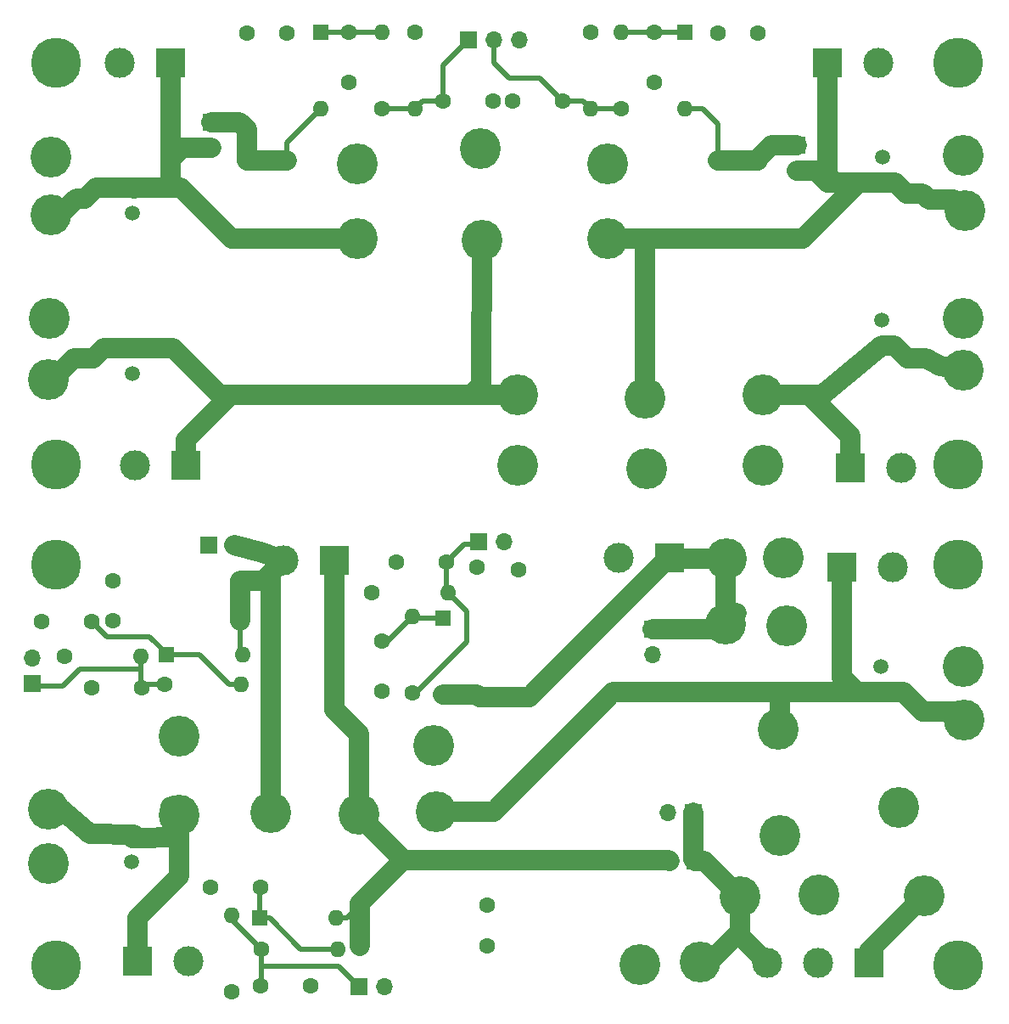
<source format=gbr>
G04 #@! TF.FileFunction,Copper,L2,Bot,Signal*
%FSLAX46Y46*%
G04 Gerber Fmt 4.6, Leading zero omitted, Abs format (unit mm)*
G04 Created by KiCad (PCBNEW 4.0.7) date 02/18/19 10:55:45*
%MOMM*%
%LPD*%
G01*
G04 APERTURE LIST*
%ADD10C,0.100000*%
%ADD11R,3.000000X3.000000*%
%ADD12C,3.000000*%
%ADD13C,1.500000*%
%ADD14C,4.064000*%
%ADD15C,5.000000*%
%ADD16C,1.600000*%
%ADD17O,1.600000X1.600000*%
%ADD18R,1.700000X1.700000*%
%ADD19O,1.700000X1.700000*%
%ADD20R,1.600000X1.600000*%
%ADD21C,2.000000*%
%ADD22C,0.500000*%
G04 APERTURE END LIST*
D10*
D11*
X56388000Y-44958000D03*
D12*
X51308000Y-44958000D03*
D11*
X57912000Y-85090000D03*
D12*
X52832000Y-85090000D03*
D13*
X52639000Y-57404000D03*
X52639000Y-59944000D03*
X52639000Y-73406000D03*
X52639000Y-75946000D03*
D11*
X121920000Y-44958000D03*
D12*
X127000000Y-44958000D03*
D11*
X124206000Y-85344000D03*
D12*
X129286000Y-85344000D03*
D14*
X100000000Y-55000000D03*
X75000000Y-62500000D03*
X91008000Y-78064000D03*
X100000000Y-62500000D03*
X115508000Y-78064000D03*
X75000000Y-55000000D03*
X91008000Y-85064000D03*
D15*
X45000000Y-45000000D03*
X135000000Y-45000000D03*
X45000000Y-135000000D03*
X135000000Y-135000000D03*
X135000000Y-85000000D03*
X135000000Y-95000000D03*
X45000000Y-85000000D03*
X45000000Y-95000000D03*
D13*
X127447000Y-56896000D03*
X127447000Y-54356000D03*
X127320000Y-73152000D03*
X127320000Y-70612000D03*
D14*
X115508000Y-85064000D03*
X87325200Y-53543200D03*
X87477600Y-62687200D03*
X103733600Y-78384400D03*
X103886000Y-85445600D03*
D16*
X64000000Y-42000000D03*
D17*
X64000000Y-54700000D03*
D16*
X68000000Y-42000000D03*
D17*
X68000000Y-54700000D03*
D16*
X115000000Y-42000000D03*
D17*
X115000000Y-54700000D03*
D16*
X111000000Y-42000000D03*
D17*
X111000000Y-54700000D03*
D16*
X74168000Y-41910000D03*
X74168000Y-46910000D03*
X83566000Y-48768000D03*
X88566000Y-48768000D03*
X104648000Y-41910000D03*
X104648000Y-46910000D03*
X95504000Y-48768000D03*
X90504000Y-48768000D03*
D18*
X86106000Y-42672000D03*
D19*
X88646000Y-42672000D03*
X91186000Y-42672000D03*
D16*
X77470000Y-49530000D03*
D17*
X77470000Y-41910000D03*
D16*
X80772000Y-41910000D03*
D17*
X80772000Y-49530000D03*
D16*
X101346000Y-49530000D03*
D17*
X101346000Y-41910000D03*
D16*
X98298000Y-41910000D03*
D17*
X98298000Y-49530000D03*
D20*
X71374000Y-41910000D03*
D17*
X71374000Y-49530000D03*
D20*
X107696000Y-41910000D03*
D17*
X107696000Y-49530000D03*
D14*
X44259500Y-70485000D03*
X44450000Y-54356000D03*
X44500800Y-60096400D03*
X44196000Y-76581000D03*
X135636000Y-59690000D03*
X135445500Y-75628500D03*
X135509000Y-54229000D03*
X135521700Y-70446900D03*
D11*
X53136800Y-134518400D03*
D12*
X58216800Y-134518400D03*
D13*
X52512000Y-122110500D03*
X52512000Y-124650500D03*
D14*
X44196000Y-124841000D03*
X44246800Y-119405400D03*
X135453120Y-105166160D03*
X57277000Y-120015000D03*
X75184000Y-119888000D03*
X66421000Y-119761000D03*
X135536940Y-110474760D03*
D11*
X72771000Y-94615000D03*
D12*
X67691000Y-94615000D03*
D14*
X57277000Y-112141000D03*
X82931000Y-119634000D03*
X82677000Y-113030000D03*
D11*
X123383040Y-95219520D03*
D12*
X128463040Y-95219520D03*
D13*
X127264120Y-107736640D03*
X127264120Y-105196640D03*
D18*
X60198000Y-93091000D03*
D19*
X62738000Y-93091000D03*
D14*
X117195600Y-121970800D03*
X117043200Y-111455200D03*
X111760000Y-100965000D03*
X117856000Y-101092000D03*
X113233200Y-128066800D03*
X121056400Y-127965200D03*
D11*
X106172000Y-94361000D03*
D12*
X101092000Y-94361000D03*
D14*
X117538500Y-94297500D03*
X111887000Y-94424500D03*
X109220000Y-134620000D03*
X103212900Y-134874000D03*
D18*
X104521000Y-101473000D03*
D19*
X104521000Y-104013000D03*
D18*
X108712000Y-124523500D03*
D19*
X106172000Y-124523500D03*
D16*
X65379600Y-127182880D03*
X60379600Y-127182880D03*
X65379600Y-136961880D03*
X70379600Y-136961880D03*
X48564800Y-100685600D03*
X43564800Y-100685600D03*
X53543200Y-107238800D03*
X48543200Y-107238800D03*
D20*
X65323720Y-130256280D03*
D17*
X72943720Y-130256280D03*
D20*
X55943500Y-104013000D03*
D17*
X63563500Y-104013000D03*
D16*
X88011000Y-128971040D03*
D17*
X75311000Y-128971040D03*
D16*
X87975440Y-133045200D03*
D17*
X75275440Y-133045200D03*
D16*
X65491360Y-133385560D03*
D17*
X73111360Y-133385560D03*
D16*
X62529720Y-137576560D03*
D17*
X62529720Y-129956560D03*
D16*
X50673000Y-100584000D03*
D17*
X63373000Y-100584000D03*
D16*
X50673000Y-96583500D03*
D17*
X63373000Y-96583500D03*
D16*
X55816500Y-106934000D03*
D17*
X63436500Y-106934000D03*
D16*
X45821600Y-104114600D03*
D17*
X53441600Y-104114600D03*
D16*
X77470000Y-102616000D03*
X77470000Y-107616000D03*
X83947000Y-94742000D03*
X78947000Y-94742000D03*
D20*
X83566000Y-100330000D03*
D17*
X83566000Y-107950000D03*
D18*
X87122000Y-92710000D03*
D19*
X89662000Y-92710000D03*
D18*
X75214480Y-137073640D03*
D19*
X77754480Y-137073640D03*
D18*
X42636440Y-106898440D03*
D19*
X42636440Y-104358440D03*
D16*
X87005160Y-95275400D03*
D17*
X87005160Y-107975400D03*
D16*
X91084400Y-95498920D03*
D17*
X91084400Y-108198920D03*
D16*
X80518000Y-107823000D03*
D17*
X80518000Y-100203000D03*
D16*
X76454000Y-97790000D03*
D17*
X84074000Y-97790000D03*
D18*
X108559600Y-119735600D03*
D19*
X106019600Y-119735600D03*
D18*
X60452000Y-50850800D03*
D19*
X60452000Y-53390800D03*
D18*
X118922800Y-53187600D03*
D19*
X118922800Y-55727600D03*
D14*
X129082800Y-119214900D03*
X131572000Y-128016000D03*
D11*
X126060200Y-134683500D03*
D12*
X120980200Y-134683500D03*
X115900200Y-134683500D03*
D21*
X60452000Y-53390800D02*
X57607200Y-53390800D01*
X57607200Y-53390800D02*
X56388000Y-54610000D01*
X44500800Y-60096400D02*
X45288200Y-60096400D01*
X45288200Y-60096400D02*
X47040800Y-58521600D01*
X47040800Y-58521600D02*
X47853600Y-58521600D01*
X47853600Y-58521600D02*
X48971200Y-57404000D01*
X48971200Y-57404000D02*
X52639000Y-57404000D01*
X56388000Y-44958000D02*
X56388000Y-54610000D01*
X56388000Y-54610000D02*
X56388000Y-57000000D01*
X56388000Y-57000000D02*
X56388000Y-57404000D01*
X56388000Y-57404000D02*
X57404000Y-57404000D01*
X75000000Y-62500000D02*
X62500000Y-62500000D01*
X57404000Y-57404000D02*
X52639000Y-57404000D01*
X62500000Y-62500000D02*
X57404000Y-57404000D01*
X52735000Y-57500000D02*
X52639000Y-57404000D01*
X87477600Y-62687200D02*
X87426800Y-77012800D01*
X87426800Y-77012800D02*
X86375600Y-78064000D01*
X44627800Y-76581000D02*
X46786800Y-74422000D01*
X49733200Y-73406000D02*
X52639000Y-73406000D01*
X48717200Y-74422000D02*
X49733200Y-73406000D01*
X46786800Y-74422000D02*
X48717200Y-74422000D01*
X44196000Y-76581000D02*
X44627800Y-76581000D01*
X57912000Y-85090000D02*
X57912000Y-82550000D01*
X57912000Y-82550000D02*
X62398000Y-78064000D01*
X91008000Y-78064000D02*
X86375600Y-78064000D01*
X86375600Y-78064000D02*
X82000000Y-78064000D01*
X82000000Y-78064000D02*
X62398000Y-78064000D01*
X62398000Y-78064000D02*
X61300000Y-78064000D01*
X56642000Y-73406000D02*
X52639000Y-73406000D01*
X61300000Y-78064000D02*
X56642000Y-73406000D01*
X103733600Y-62500000D02*
X103733600Y-78384400D01*
X118922800Y-55727600D02*
X120751600Y-55727600D01*
X120751600Y-55727600D02*
X121920000Y-56896000D01*
X103479600Y-78130400D02*
X103733600Y-78384400D01*
X127447000Y-56896000D02*
X128727200Y-56896000D01*
X128727200Y-56896000D02*
X129794000Y-57962800D01*
X129794000Y-57962800D02*
X131419600Y-57962800D01*
X131419600Y-57962800D02*
X132080000Y-58623200D01*
X132080000Y-58623200D02*
X134569200Y-58623200D01*
X134569200Y-58623200D02*
X135636000Y-59690000D01*
X121920000Y-44958000D02*
X121920000Y-56896000D01*
X122000000Y-56000000D02*
X122000000Y-56896000D01*
X122000000Y-56816000D02*
X122000000Y-56000000D01*
X121920000Y-56896000D02*
X122000000Y-56816000D01*
X125104000Y-56896000D02*
X122000000Y-56896000D01*
X127447000Y-56896000D02*
X125104000Y-56896000D01*
X119500000Y-62500000D02*
X108000000Y-62500000D01*
X125104000Y-56896000D02*
X119500000Y-62500000D01*
X102666800Y-62500000D02*
X100000000Y-62500000D01*
X108000000Y-62500000D02*
X103733600Y-62500000D01*
X103733600Y-62500000D02*
X102666800Y-62500000D01*
X127320000Y-73152000D02*
X128663700Y-73152000D01*
X133166595Y-75158072D02*
X135445500Y-75628500D01*
X131749800Y-74409300D02*
X133166595Y-75158072D01*
X129921000Y-74409300D02*
X131749800Y-74409300D01*
X128663700Y-73152000D02*
X129921000Y-74409300D01*
X120101000Y-78064000D02*
X121392000Y-78064000D01*
X121392000Y-78064000D02*
X127320000Y-73152000D01*
X124206000Y-85344000D02*
X124206000Y-82169000D01*
X124206000Y-82169000D02*
X120101000Y-78064000D01*
X115508000Y-78064000D02*
X120101000Y-78064000D01*
D22*
X77470000Y-41910000D02*
X74168000Y-41910000D01*
X71374000Y-41910000D02*
X74168000Y-41910000D01*
X83566000Y-48768000D02*
X83566000Y-45212000D01*
X83566000Y-45212000D02*
X86106000Y-42672000D01*
X83566000Y-48768000D02*
X81534000Y-48768000D01*
X81534000Y-48768000D02*
X80772000Y-49530000D01*
X80772000Y-49530000D02*
X77470000Y-49530000D01*
X104648000Y-41910000D02*
X101346000Y-41910000D01*
X107696000Y-41910000D02*
X104648000Y-41910000D01*
X88646000Y-42672000D02*
X88646000Y-44958000D01*
X93218000Y-46482000D02*
X95504000Y-48768000D01*
X90170000Y-46482000D02*
X93218000Y-46482000D01*
X88646000Y-44958000D02*
X90170000Y-46482000D01*
X95504000Y-48768000D02*
X97536000Y-48768000D01*
X97536000Y-48768000D02*
X98298000Y-49530000D01*
X101346000Y-49530000D02*
X98298000Y-49530000D01*
D21*
X60452000Y-50850800D02*
X63296800Y-50850800D01*
X64000000Y-51554000D02*
X64000000Y-54700000D01*
X63296800Y-50850800D02*
X64000000Y-51554000D01*
X68000000Y-54700000D02*
X64000000Y-54700000D01*
D22*
X68000000Y-54700000D02*
X68000000Y-52904000D01*
X68000000Y-52904000D02*
X71374000Y-49530000D01*
D21*
X115000000Y-54700000D02*
X115000000Y-54570400D01*
X115000000Y-54570400D02*
X116382800Y-53187600D01*
X116382800Y-53187600D02*
X118922800Y-53187600D01*
D22*
X111000000Y-54700000D02*
X111000000Y-51056000D01*
X109474000Y-49530000D02*
X107696000Y-49530000D01*
X111000000Y-51056000D02*
X109474000Y-49530000D01*
D21*
X115000000Y-54700000D02*
X111000000Y-54700000D01*
X57277000Y-122174000D02*
X52639000Y-122237500D01*
X52639000Y-122237500D02*
X52512000Y-122110500D01*
X44246800Y-119405400D02*
X45516800Y-119405400D01*
X45516800Y-119405400D02*
X48387000Y-121856500D01*
X48387000Y-121856500D02*
X52744076Y-121920000D01*
X52744076Y-121920000D02*
X52512000Y-122110500D01*
X53136800Y-134518400D02*
X53136800Y-130251200D01*
X57277000Y-126111000D02*
X57277000Y-122174000D01*
X57277000Y-122174000D02*
X57277000Y-120015000D01*
X53136800Y-130251200D02*
X57277000Y-126111000D01*
X56388000Y-119126000D02*
X57277000Y-120015000D01*
X123383040Y-95219520D02*
X123383040Y-106227880D01*
X123383040Y-106227880D02*
X124891800Y-107736640D01*
X117180360Y-107736640D02*
X117180360Y-111318040D01*
X117180360Y-111318040D02*
X117043200Y-111455200D01*
X82931000Y-119634000D02*
X88630760Y-119634000D01*
X100528120Y-107736640D02*
X117180360Y-107736640D01*
X117180360Y-107736640D02*
X124891800Y-107736640D01*
X124891800Y-107736640D02*
X127264120Y-107736640D01*
X88630760Y-119634000D02*
X100528120Y-107736640D01*
X127264120Y-107736640D02*
X129517140Y-107736640D01*
X131394200Y-109613700D02*
X134675880Y-109613700D01*
X129517140Y-107736640D02*
X131394200Y-109613700D01*
X134675880Y-109613700D02*
X135536940Y-110474760D01*
X109220000Y-134620000D02*
X110210600Y-134620000D01*
X110210600Y-134620000D02*
X113233200Y-131597400D01*
X113233200Y-128066800D02*
X113233200Y-131597400D01*
X113233200Y-131597400D02*
X113233200Y-132016500D01*
X113233200Y-132016500D02*
X115900200Y-134683500D01*
X108559600Y-119735600D02*
X108559600Y-124371100D01*
X108559600Y-124371100D02*
X108712000Y-124523500D01*
X109270800Y-134569200D02*
X109220000Y-134620000D01*
X108712000Y-124523500D02*
X109689900Y-124523500D01*
X109689900Y-124523500D02*
X113233200Y-128066800D01*
D22*
X65323720Y-130256280D02*
X66273680Y-130256280D01*
X69402960Y-133385560D02*
X73111360Y-133385560D01*
X66273680Y-130256280D02*
X69402960Y-133385560D01*
X65323720Y-130256280D02*
X65323720Y-127238760D01*
X65323720Y-127238760D02*
X65379600Y-127182880D01*
X65491360Y-135061960D02*
X73202800Y-135061960D01*
X73202800Y-135061960D02*
X75214480Y-137073640D01*
X65491360Y-133385560D02*
X65491360Y-135061960D01*
X65491360Y-135061960D02*
X65491360Y-136850120D01*
X65491360Y-136850120D02*
X65379600Y-136961880D01*
X62529720Y-129956560D02*
X62529720Y-130423920D01*
X62529720Y-130423920D02*
X65491360Y-133385560D01*
X63436500Y-106934000D02*
X62230000Y-106934000D01*
X59309000Y-104013000D02*
X55943500Y-104013000D01*
X62230000Y-106934000D02*
X59309000Y-104013000D01*
X55943500Y-104013000D02*
X55943500Y-103835200D01*
X55943500Y-103835200D02*
X54317900Y-102209600D01*
X54317900Y-102209600D02*
X50088800Y-102209600D01*
X50088800Y-102209600D02*
X48564800Y-100685600D01*
X53441600Y-105445560D02*
X47330360Y-105445560D01*
X45653960Y-107121960D02*
X42859960Y-107121960D01*
X47330360Y-105445560D02*
X45653960Y-107121960D01*
X42859960Y-107121960D02*
X42636440Y-106898440D01*
X53441600Y-104114600D02*
X53441600Y-105445560D01*
X53441600Y-105445560D02*
X53441600Y-107137200D01*
X53441600Y-107137200D02*
X53543200Y-107238800D01*
X55816500Y-106934000D02*
X53848000Y-106934000D01*
X53848000Y-106934000D02*
X53543200Y-107238800D01*
D21*
X72771000Y-106172000D02*
X72771000Y-109474000D01*
X72771000Y-109474000D02*
X75184000Y-111887000D01*
X72771000Y-94615000D02*
X72771000Y-106172000D01*
X79629000Y-124460000D02*
X106108500Y-124460000D01*
X106108500Y-124460000D02*
X106172000Y-124523500D01*
D22*
X72943720Y-130256280D02*
X74025760Y-130256280D01*
X74025760Y-130256280D02*
X75311000Y-128971040D01*
D21*
X75311000Y-128971040D02*
X75311000Y-133009640D01*
X75311000Y-133009640D02*
X75275440Y-133045200D01*
X75311000Y-128971040D02*
X75311000Y-128778000D01*
X75311000Y-128778000D02*
X79629000Y-124460000D01*
X75184000Y-119888000D02*
X75184000Y-111887000D01*
X75184000Y-119888000D02*
X75184000Y-120015000D01*
X75184000Y-120015000D02*
X79629000Y-124460000D01*
D22*
X63373000Y-100584000D02*
X63373000Y-103822500D01*
X63373000Y-103822500D02*
X63563500Y-104013000D01*
D21*
X63373000Y-96583500D02*
X65722500Y-96583500D01*
X65722500Y-96583500D02*
X66421000Y-95885000D01*
X63373000Y-96583500D02*
X63373000Y-100584000D01*
X62738000Y-93091000D02*
X65659000Y-93853000D01*
X65659000Y-93853000D02*
X67691000Y-94615000D01*
X66421000Y-119761000D02*
X66421000Y-95885000D01*
X66421000Y-95885000D02*
X67691000Y-94615000D01*
D22*
X77470000Y-102616000D02*
X78105000Y-102616000D01*
X78105000Y-102616000D02*
X80391000Y-100330000D01*
X80391000Y-100330000D02*
X83566000Y-100330000D01*
X83947000Y-94742000D02*
X85725000Y-92964000D01*
X85725000Y-92964000D02*
X86868000Y-92964000D01*
X86868000Y-92964000D02*
X87122000Y-92710000D01*
X83947000Y-94742000D02*
X83947000Y-97663000D01*
X83947000Y-97663000D02*
X84074000Y-97790000D01*
X80518000Y-107823000D02*
X80899000Y-107823000D01*
X80899000Y-107823000D02*
X85979000Y-102743000D01*
X85979000Y-102743000D02*
X85979000Y-99695000D01*
X85979000Y-99695000D02*
X84074000Y-97790000D01*
D21*
X104521000Y-101473000D02*
X111252000Y-101473000D01*
X111252000Y-101473000D02*
X111760000Y-100965000D01*
X112867440Y-99857560D02*
X111760000Y-100965000D01*
X87005160Y-107975400D02*
X83591400Y-107975400D01*
X83591400Y-107975400D02*
X83566000Y-107950000D01*
X91084400Y-108198920D02*
X87228680Y-108198920D01*
X87228680Y-108198920D02*
X87005160Y-107975400D01*
X106172000Y-94361000D02*
X106045000Y-94361000D01*
X106045000Y-94361000D02*
X92207080Y-108198920D01*
X92207080Y-108198920D02*
X91084400Y-108198920D01*
X111887000Y-94424500D02*
X106235500Y-94424500D01*
X106235500Y-94424500D02*
X106172000Y-94361000D01*
X111760000Y-100965000D02*
X111760000Y-94551500D01*
X111760000Y-94551500D02*
X111887000Y-94424500D01*
X111760000Y-94551500D02*
X111887000Y-94424500D01*
X126060200Y-134683500D02*
X126060200Y-133527800D01*
X126060200Y-133527800D02*
X131572000Y-128016000D01*
M02*

</source>
